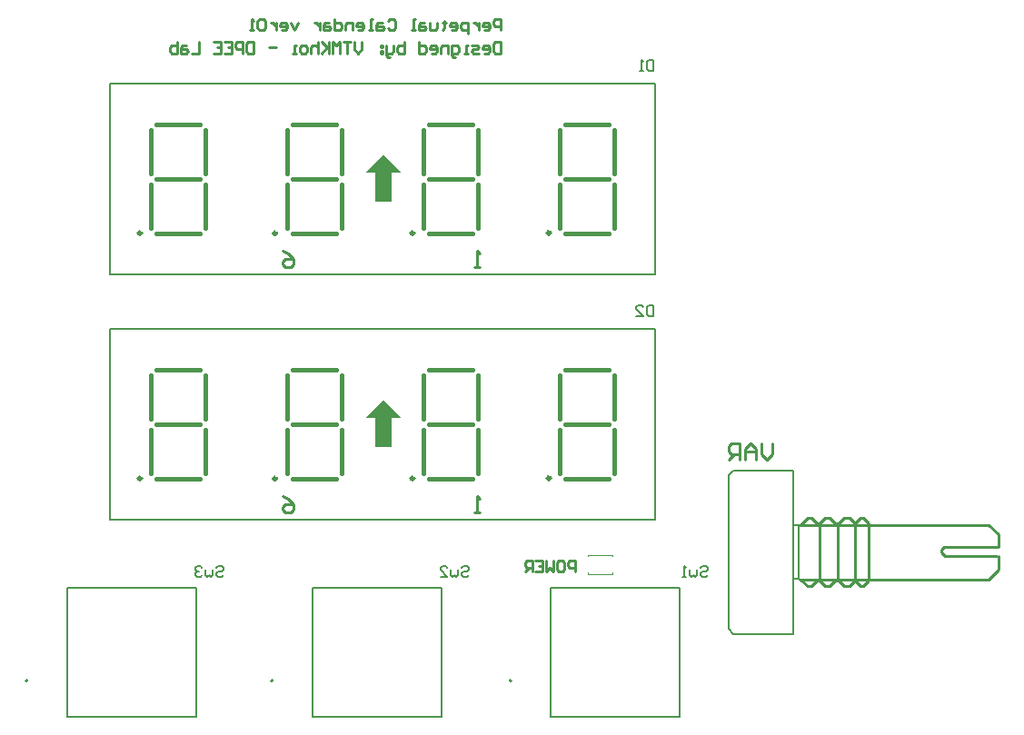
<source format=gbo>
G04*
G04 #@! TF.GenerationSoftware,Altium Limited,Altium Designer,20.2.6 (244)*
G04*
G04 Layer_Color=32896*
%FSTAX24Y24*%
%MOIN*%
G70*
G04*
G04 #@! TF.SameCoordinates,210E5C92-376B-490F-B415-5E6AA8125FEF*
G04*
G04*
G04 #@! TF.FilePolarity,Positive*
G04*
G01*
G75*
%ADD15C,0.0079*%
%ADD16C,0.0040*%
%ADD17C,0.0050*%
%ADD18C,0.0100*%
%ADD19C,0.0070*%
%ADD64C,0.0150*%
%ADD80C,0.0120*%
G36*
X02906Y02161D02*
X0284Y02227D01*
X02838D01*
X02773Y02162D01*
Y02161D01*
X0281D01*
Y02055D01*
X02869D01*
Y02161D01*
X02906D01*
D02*
G37*
G36*
Y03061D02*
X0284Y03127D01*
X02838D01*
X02773Y03062D01*
Y03061D01*
X0281D01*
Y02955D01*
X02869D01*
Y03061D01*
X02906D01*
D02*
G37*
D15*
X015349Y01198D02*
G03*
X015349Y01198I-000039J0D01*
G01*
X024349D02*
G03*
X024349Y01198I-000039J0D01*
G01*
X033099D02*
G03*
X033099Y01198I-000039J0D01*
G01*
X022278Y016118D02*
X022343Y016184D01*
X022474D01*
X02254Y016118D01*
Y016052D01*
X022474Y015987D01*
X022343D01*
X022278Y015921D01*
Y015856D01*
X022343Y01579D01*
X022474D01*
X02254Y015856D01*
X022146Y016052D02*
Y015856D01*
X022081Y01579D01*
X022015Y015856D01*
X02195Y01579D01*
X021884Y015856D01*
Y016052D01*
X021753Y016118D02*
X021687Y016184D01*
X021556D01*
X02149Y016118D01*
Y016052D01*
X021556Y015987D01*
X021622D01*
X021556D01*
X02149Y015921D01*
Y015856D01*
X021556Y01579D01*
X021687D01*
X021753Y015856D01*
X031278Y016118D02*
X031343Y016184D01*
X031474D01*
X03154Y016118D01*
Y016052D01*
X031474Y015987D01*
X031343D01*
X031278Y015921D01*
Y015856D01*
X031343Y01579D01*
X031474D01*
X03154Y015856D01*
X031146Y016052D02*
Y015856D01*
X031081Y01579D01*
X031015Y015856D01*
X03095Y01579D01*
X030884Y015856D01*
Y016052D01*
X03049Y01579D02*
X030753D01*
X03049Y016052D01*
Y016118D01*
X030556Y016184D01*
X030687D01*
X030753Y016118D01*
X040028D02*
X040093Y016184D01*
X040224D01*
X04029Y016118D01*
Y016052D01*
X040224Y015987D01*
X040093D01*
X040028Y015921D01*
Y015856D01*
X040093Y01579D01*
X040224D01*
X04029Y015856D01*
X039896Y016052D02*
Y015856D01*
X039831Y01579D01*
X039765Y015856D01*
X0397Y01579D01*
X039634Y015856D01*
Y016052D01*
X039503Y01579D02*
X039372D01*
X039437D01*
Y016184D01*
X039503Y016118D01*
X03832Y025754D02*
Y02536D01*
X038123D01*
X038058Y025426D01*
Y025688D01*
X038123Y025754D01*
X03832D01*
X037664Y02536D02*
X037926D01*
X037664Y025622D01*
Y025688D01*
X03773Y025754D01*
X037861D01*
X037926Y025688D01*
X03832Y034754D02*
Y03436D01*
X038123D01*
X038058Y034426D01*
Y034688D01*
X038123Y034754D01*
X03832D01*
X037926Y03436D02*
X037795D01*
X037861D01*
Y034754D01*
X037926Y034688D01*
D16*
X03591Y01655D02*
Y0166D01*
X03681D01*
Y01655D02*
Y0166D01*
X03591Y0159D02*
Y01595D01*
Y0159D02*
X03681D01*
Y01595D01*
D17*
X02153Y010656D02*
Y015386D01*
X01679D02*
X02153D01*
X01679Y010656D02*
Y015386D01*
Y010656D02*
X02153D01*
X03053D02*
Y015386D01*
X02579D02*
X03053D01*
X02579Y010656D02*
Y015386D01*
Y010656D02*
X03053D01*
X03928D02*
Y015386D01*
X03454D02*
X03928D01*
X03454Y010656D02*
Y015386D01*
Y010656D02*
X03928D01*
D18*
X04366Y0157D02*
X05056D01*
X04363Y0177D02*
X05056D01*
X05061Y0157D02*
X05096Y01605D01*
X05061Y0177D02*
X05096Y01735D01*
X05046Y0177D02*
X05061D01*
X04896Y0169D02*
X05096D01*
X04886Y0168D02*
X04896Y0169D01*
X04886Y0167D02*
Y0168D01*
Y0167D02*
X04901Y01655D01*
X05091D01*
X05096Y01605D02*
Y01655D01*
Y0169D02*
Y01735D01*
X04371Y0157D02*
X04396Y01545D01*
X04411D01*
X04431Y01565D01*
X04441D01*
X04461Y01545D01*
X04476D01*
X04496Y01565D01*
X04511D01*
X04531Y01545D01*
X04551D01*
X04571Y01565D01*
X04591Y01545D01*
X04601D01*
X04621Y01565D01*
Y0177D01*
X04571Y01565D02*
Y0177D01*
X04506Y0157D02*
Y01775D01*
X04441Y0157D02*
Y01765D01*
X04601Y01795D02*
X04621Y01775D01*
X04591Y01795D02*
X04601D01*
X04571Y01775D02*
X04591Y01795D01*
X04551D02*
X04571Y01775D01*
X04531Y01795D02*
X04551D01*
X04511Y01775D02*
X04531Y01795D01*
X04496Y01775D02*
X04511D01*
X04476Y01795D02*
X04496Y01775D01*
X04461Y01795D02*
X04476D01*
X04441Y01775D02*
X04461Y01795D01*
X04431Y01775D02*
X04441D01*
X04411Y01795D02*
X04431Y01775D01*
X04396Y01795D02*
X04411D01*
X04371Y0177D02*
X04396Y01795D01*
X03272Y035862D02*
Y036265D01*
X032518D01*
X032451Y036198D01*
Y036064D01*
X032518Y035997D01*
X03272D01*
X032115Y035862D02*
X03225D01*
X032317Y035929D01*
Y036064D01*
X03225Y036131D01*
X032115D01*
X032048Y036064D01*
Y035997D01*
X032317D01*
X031914Y036131D02*
Y035862D01*
Y035997D01*
X031847Y036064D01*
X03178Y036131D01*
X031712D01*
X031511Y035728D02*
Y036131D01*
X031309D01*
X031242Y036064D01*
Y035929D01*
X031309Y035862D01*
X031511D01*
X030906D02*
X031041D01*
X031108Y035929D01*
Y036064D01*
X031041Y036131D01*
X030906D01*
X030839Y036064D01*
Y035997D01*
X031108D01*
X030638Y036198D02*
Y036131D01*
X030705D01*
X030571D01*
X030638D01*
Y035929D01*
X030571Y035862D01*
X030369Y036131D02*
Y035929D01*
X030302Y035862D01*
X0301D01*
Y036131D01*
X029899D02*
X029765D01*
X029697Y036064D01*
Y035862D01*
X029899D01*
X029966Y035929D01*
X029899Y035997D01*
X029697D01*
X029563Y035862D02*
X029429D01*
X029496D01*
Y036265D01*
X029563D01*
X028555Y036198D02*
X028623Y036265D01*
X028757D01*
X028824Y036198D01*
Y035929D01*
X028757Y035862D01*
X028623D01*
X028555Y035929D01*
X028354Y036131D02*
X02822D01*
X028152Y036064D01*
Y035862D01*
X028354D01*
X028421Y035929D01*
X028354Y035997D01*
X028152D01*
X028018Y035862D02*
X027884D01*
X027951D01*
Y036265D01*
X028018D01*
X027481Y035862D02*
X027615D01*
X027682Y035929D01*
Y036064D01*
X027615Y036131D01*
X027481D01*
X027414Y036064D01*
Y035997D01*
X027682D01*
X027279Y035862D02*
Y036131D01*
X027078D01*
X027011Y036064D01*
Y035862D01*
X026608Y036265D02*
Y035862D01*
X026809D01*
X026876Y035929D01*
Y036064D01*
X026809Y036131D01*
X026608D01*
X026406D02*
X026272D01*
X026205Y036064D01*
Y035862D01*
X026406D01*
X026473Y035929D01*
X026406Y035997D01*
X026205D01*
X02607Y036131D02*
Y035862D01*
Y035997D01*
X026003Y036064D01*
X025936Y036131D01*
X025869D01*
X025264D02*
X02513Y035862D01*
X024995Y036131D01*
X02466Y035862D02*
X024794D01*
X024861Y035929D01*
Y036064D01*
X024794Y036131D01*
X02466D01*
X024592Y036064D01*
Y035997D01*
X024861D01*
X024458Y036131D02*
Y035862D01*
Y035997D01*
X024391Y036064D01*
X024324Y036131D01*
X024257D01*
X024055Y036198D02*
X023988Y036265D01*
X023854D01*
X023786Y036198D01*
Y035929D01*
X023854Y035862D01*
X023988D01*
X024055Y035929D01*
Y036198D01*
X023652Y035862D02*
X023518D01*
X023585D01*
Y036265D01*
X023652Y036198D01*
X03272Y035407D02*
Y035004D01*
X032518D01*
X032451Y035072D01*
Y03534D01*
X032518Y035407D01*
X03272D01*
X032115Y035004D02*
X03225D01*
X032317Y035072D01*
Y035206D01*
X03225Y035273D01*
X032115D01*
X032048Y035206D01*
Y035139D01*
X032317D01*
X031914Y035004D02*
X031712D01*
X031645Y035072D01*
X031712Y035139D01*
X031847D01*
X031914Y035206D01*
X031847Y035273D01*
X031645D01*
X031511Y035004D02*
X031377D01*
X031444D01*
Y035273D01*
X031511D01*
X031041Y03487D02*
X030974D01*
X030906Y034937D01*
Y035273D01*
X031108D01*
X031175Y035206D01*
Y035072D01*
X031108Y035004D01*
X030906D01*
X030772D02*
Y035273D01*
X030571D01*
X030503Y035206D01*
Y035004D01*
X030168D02*
X030302D01*
X030369Y035072D01*
Y035206D01*
X030302Y035273D01*
X030168D01*
X0301Y035206D01*
Y035139D01*
X030369D01*
X029697Y035407D02*
Y035004D01*
X029899D01*
X029966Y035072D01*
Y035206D01*
X029899Y035273D01*
X029697D01*
X02916Y035407D02*
Y035004D01*
X028958D01*
X028891Y035072D01*
Y035139D01*
Y035206D01*
X028958Y035273D01*
X02916D01*
X028757D02*
Y035072D01*
X02869Y035004D01*
X028488D01*
Y034937D01*
X028555Y03487D01*
X028623D01*
X028488Y035004D02*
Y035273D01*
X028354D02*
X028287D01*
Y035206D01*
X028354D01*
Y035273D01*
Y035072D02*
X028287D01*
Y035004D01*
X028354D01*
Y035072D01*
X027615Y035407D02*
Y035139D01*
X027481Y035004D01*
X027346Y035139D01*
Y035407D01*
X027212D02*
X026943D01*
X027078D01*
Y035004D01*
X026809D02*
Y035407D01*
X026675Y035273D01*
X02654Y035407D01*
Y035004D01*
X026406Y035407D02*
Y035004D01*
Y035139D01*
X026137Y035407D01*
X026339Y035206D01*
X026137Y035004D01*
X026003Y035407D02*
Y035004D01*
Y035206D01*
X025936Y035273D01*
X025801D01*
X025734Y035206D01*
Y035004D01*
X025533D02*
X025398D01*
X025331Y035072D01*
Y035206D01*
X025398Y035273D01*
X025533D01*
X0256Y035206D01*
Y035072D01*
X025533Y035004D01*
X025197D02*
X025063D01*
X02513D01*
Y035273D01*
X025197D01*
X024458Y035206D02*
X024189D01*
X023652Y035407D02*
Y035004D01*
X023451D01*
X023383Y035072D01*
Y03534D01*
X023451Y035407D01*
X023652D01*
X023249Y035004D02*
Y035407D01*
X023048D01*
X02298Y03534D01*
Y035206D01*
X023048Y035139D01*
X023249D01*
X022577Y035407D02*
X022846D01*
Y035004D01*
X022577D01*
X022846Y035206D02*
X022712D01*
X022174Y035407D02*
X022443D01*
Y035004D01*
X022174D01*
X022443Y035206D02*
X022309D01*
X021637Y035407D02*
Y035004D01*
X021368D01*
X021167Y035273D02*
X021032D01*
X020965Y035206D01*
Y035004D01*
X021167D01*
X021234Y035072D01*
X021167Y035139D01*
X020965D01*
X020831Y035407D02*
Y035004D01*
X020629D01*
X020562Y035072D01*
Y035139D01*
Y035206D01*
X020629Y035273D01*
X020831D01*
X03194Y01816D02*
X03174D01*
X03184D01*
Y01876D01*
X03194Y01866D01*
X02471Y01874D02*
X02491Y01864D01*
X02511Y01844D01*
Y01824D01*
X02501Y01814D01*
X02481D01*
X02471Y01824D01*
Y01834D01*
X02481Y01844D01*
X02511D01*
X02471Y02774D02*
X02491Y02764D01*
X02511Y02744D01*
Y02724D01*
X02501Y02714D01*
X02481D01*
X02471Y02724D01*
Y02734D01*
X02481Y02744D01*
X02511D01*
X03194Y02716D02*
X03174D01*
X03184D01*
Y02776D01*
X03194Y02766D01*
X035428Y016003D02*
Y016397D01*
X035232D01*
X035166Y016331D01*
Y0162D01*
X035232Y016134D01*
X035428D01*
X034838Y016397D02*
X034969D01*
X035035Y016331D01*
Y016069D01*
X034969Y016003D01*
X034838D01*
X034772Y016069D01*
Y016331D01*
X034838Y016397D01*
X034641D02*
Y016003D01*
X03451Y016134D01*
X034379Y016003D01*
Y016397D01*
X033985D02*
X034248D01*
Y016003D01*
X033985D01*
X034248Y0162D02*
X034116D01*
X033854Y016003D02*
Y016397D01*
X033657D01*
X033592Y016331D01*
Y0162D01*
X033657Y016134D01*
X033854D01*
X033723D02*
X033592Y016003D01*
X04268Y0207D02*
Y0203D01*
X04248Y0201D01*
X04228Y0203D01*
Y0207D01*
X04208Y0201D02*
Y0205D01*
X04188Y0207D01*
X04168Y0205D01*
Y0201D01*
Y0204D01*
X04208D01*
X04148Y0201D02*
Y0207D01*
X04118D01*
X041081Y0206D01*
Y0204D01*
X04118Y0203D01*
X04148D01*
X04128D02*
X041081Y0201D01*
D19*
X01836Y0179D02*
X03836D01*
X01836D02*
X03836D01*
X01836Y0249D02*
X03836D01*
X01836Y0179D02*
Y0249D01*
X03836Y0179D02*
Y0249D01*
X01836D02*
X03836D01*
X04107Y01952D02*
X04124Y01969D01*
X04107Y01388D02*
Y01952D01*
Y01388D02*
X04125Y0137D01*
X04343D01*
Y01969D01*
X04124D02*
X04343D01*
Y01571D02*
X04363D01*
Y0177D01*
X04343D02*
X04363D01*
X04343Y01769D02*
X04363D01*
X01836Y0339D02*
X03836D01*
Y0269D02*
Y0339D01*
X01836Y0269D02*
Y0339D01*
X03836D01*
X01836Y0269D02*
X03836D01*
X01836D02*
X03836D01*
D64*
X02686Y0216D02*
Y0232D01*
Y0216D02*
Y0232D01*
X02486Y0216D02*
Y0232D01*
Y0216D02*
Y0232D01*
X02506Y0234D02*
X02666D01*
X02506Y0214D02*
X02666D01*
X02506D02*
X02666D01*
X02506Y0194D02*
X02666D01*
X02686Y0196D02*
Y0212D01*
Y0196D02*
Y0212D01*
X02486Y0196D02*
Y0212D01*
Y0196D02*
Y0212D01*
X02686Y0216D02*
Y0232D01*
Y0216D02*
Y0232D01*
X02486Y0216D02*
Y0232D01*
Y0216D02*
Y0232D01*
X02506Y0234D02*
X02666D01*
X02506Y0214D02*
X02666D01*
X02506D02*
X02666D01*
X02506Y0194D02*
X02666D01*
X02686Y0196D02*
Y0212D01*
Y0196D02*
Y0212D01*
X02486Y0196D02*
Y0212D01*
Y0196D02*
Y0212D01*
X03186Y0216D02*
Y0232D01*
Y0216D02*
Y0232D01*
X02986Y0216D02*
Y0232D01*
Y0216D02*
Y0232D01*
X03006Y0234D02*
X03166D01*
X03006Y0214D02*
X03166D01*
X03006D02*
X03166D01*
X03006Y0194D02*
X03166D01*
X03186Y0196D02*
Y0212D01*
Y0196D02*
Y0212D01*
X02986Y0196D02*
Y0212D01*
Y0196D02*
Y0212D01*
X03186Y0216D02*
Y0232D01*
Y0216D02*
Y0232D01*
X02986Y0216D02*
Y0232D01*
Y0216D02*
Y0232D01*
X03006Y0234D02*
X03166D01*
X03006Y0214D02*
X03166D01*
X03006D02*
X03166D01*
X03006Y0194D02*
X03166D01*
X03186Y0196D02*
Y0212D01*
Y0196D02*
Y0212D01*
X02986Y0196D02*
Y0212D01*
Y0196D02*
Y0212D01*
X03686Y0216D02*
Y0232D01*
Y0216D02*
Y0232D01*
X03486Y0216D02*
Y0232D01*
Y0216D02*
Y0232D01*
X03506Y0234D02*
X03666D01*
X03506Y0214D02*
X03666D01*
X03506D02*
X03666D01*
X03506Y0194D02*
X03666D01*
X03686Y0196D02*
Y0212D01*
Y0196D02*
Y0212D01*
X03486Y0196D02*
Y0212D01*
Y0196D02*
Y0212D01*
X03686Y0216D02*
Y0232D01*
Y0216D02*
Y0232D01*
X03486Y0216D02*
Y0232D01*
Y0216D02*
Y0232D01*
X03506Y0234D02*
X03666D01*
X03506Y0214D02*
X03666D01*
X03506D02*
X03666D01*
X03506Y0194D02*
X03666D01*
X03686Y0196D02*
Y0212D01*
Y0196D02*
Y0212D01*
X03486Y0196D02*
Y0212D01*
Y0196D02*
Y0212D01*
X02686Y0216D02*
Y0232D01*
Y0216D02*
Y0232D01*
X02486Y0216D02*
Y0232D01*
Y0216D02*
Y0232D01*
X02506Y0234D02*
X02666D01*
X02506Y0214D02*
X02666D01*
X02506D02*
X02666D01*
X02506Y0194D02*
X02666D01*
X02686Y0196D02*
Y0212D01*
Y0196D02*
Y0212D01*
X02486Y0196D02*
Y0212D01*
Y0196D02*
Y0212D01*
X02686Y0216D02*
Y0232D01*
Y0216D02*
Y0232D01*
X02486Y0216D02*
Y0232D01*
Y0216D02*
Y0232D01*
X02506Y0234D02*
X02666D01*
X02506Y0214D02*
X02666D01*
X02506D02*
X02666D01*
X02506Y0194D02*
X02666D01*
X02686Y0196D02*
Y0212D01*
Y0196D02*
Y0212D01*
X02486Y0196D02*
Y0212D01*
Y0196D02*
Y0212D01*
X02186Y0216D02*
Y0232D01*
Y0216D02*
Y0232D01*
X01986Y0216D02*
Y0232D01*
Y0216D02*
Y0232D01*
X02006Y0234D02*
X02166D01*
X02006Y0214D02*
X02166D01*
X02006D02*
X02166D01*
X02006Y0194D02*
X02166D01*
X02186Y0196D02*
Y0212D01*
Y0196D02*
Y0212D01*
X01986Y0196D02*
Y0212D01*
Y0196D02*
Y0212D01*
X02186Y0216D02*
Y0232D01*
Y0216D02*
Y0232D01*
X01986Y0216D02*
Y0232D01*
Y0216D02*
Y0232D01*
X02006Y0234D02*
X02166D01*
X02006Y0214D02*
X02166D01*
X02006D02*
X02166D01*
X02006Y0194D02*
X02166D01*
X02186Y0196D02*
Y0212D01*
Y0196D02*
Y0212D01*
X01986Y0196D02*
Y0212D01*
Y0196D02*
Y0212D01*
X02186Y0216D02*
Y0232D01*
Y0216D02*
Y0232D01*
X01986Y0216D02*
Y0232D01*
Y0216D02*
Y0232D01*
X02006Y0234D02*
X02166D01*
X02006Y0214D02*
X02166D01*
X02006D02*
X02166D01*
X02006Y0194D02*
X02166D01*
X02186Y0196D02*
Y0212D01*
Y0196D02*
Y0212D01*
X01986Y0196D02*
Y0212D01*
Y0196D02*
Y0212D01*
X02186Y0216D02*
Y0232D01*
Y0216D02*
Y0232D01*
X01986Y0216D02*
Y0232D01*
Y0216D02*
Y0232D01*
X02006Y0234D02*
X02166D01*
X02006Y0214D02*
X02166D01*
X02006D02*
X02166D01*
X02006Y0194D02*
X02166D01*
X02186Y0196D02*
Y0212D01*
Y0196D02*
Y0212D01*
X01986Y0196D02*
Y0212D01*
Y0196D02*
Y0212D01*
Y0286D02*
Y0302D01*
Y0286D02*
Y0302D01*
X02186Y0286D02*
Y0302D01*
Y0286D02*
Y0302D01*
X02006Y0284D02*
X02166D01*
X02006Y0304D02*
X02166D01*
X02006D02*
X02166D01*
X02006Y0324D02*
X02166D01*
X01986Y0306D02*
Y0322D01*
Y0306D02*
Y0322D01*
X02186Y0306D02*
Y0322D01*
Y0306D02*
Y0322D01*
X01986Y0286D02*
Y0302D01*
Y0286D02*
Y0302D01*
X02186Y0286D02*
Y0302D01*
Y0286D02*
Y0302D01*
X02006Y0284D02*
X02166D01*
X02006Y0304D02*
X02166D01*
X02006D02*
X02166D01*
X02006Y0324D02*
X02166D01*
X01986Y0306D02*
Y0322D01*
Y0306D02*
Y0322D01*
X02186Y0306D02*
Y0322D01*
Y0306D02*
Y0322D01*
X01986Y0286D02*
Y0302D01*
Y0286D02*
Y0302D01*
X02186Y0286D02*
Y0302D01*
Y0286D02*
Y0302D01*
X02006Y0284D02*
X02166D01*
X02006Y0304D02*
X02166D01*
X02006D02*
X02166D01*
X02006Y0324D02*
X02166D01*
X01986Y0306D02*
Y0322D01*
Y0306D02*
Y0322D01*
X02186Y0306D02*
Y0322D01*
Y0306D02*
Y0322D01*
X01986Y0286D02*
Y0302D01*
Y0286D02*
Y0302D01*
X02186Y0286D02*
Y0302D01*
Y0286D02*
Y0302D01*
X02006Y0284D02*
X02166D01*
X02006Y0304D02*
X02166D01*
X02006D02*
X02166D01*
X02006Y0324D02*
X02166D01*
X01986Y0306D02*
Y0322D01*
Y0306D02*
Y0322D01*
X02186Y0306D02*
Y0322D01*
Y0306D02*
Y0322D01*
X02486Y0286D02*
Y0302D01*
Y0286D02*
Y0302D01*
X02686Y0286D02*
Y0302D01*
Y0286D02*
Y0302D01*
X02506Y0284D02*
X02666D01*
X02506Y0304D02*
X02666D01*
X02506D02*
X02666D01*
X02506Y0324D02*
X02666D01*
X02486Y0306D02*
Y0322D01*
Y0306D02*
Y0322D01*
X02686Y0306D02*
Y0322D01*
Y0306D02*
Y0322D01*
X02486Y0286D02*
Y0302D01*
Y0286D02*
Y0302D01*
X02686Y0286D02*
Y0302D01*
Y0286D02*
Y0302D01*
X02506Y0284D02*
X02666D01*
X02506Y0304D02*
X02666D01*
X02506D02*
X02666D01*
X02506Y0324D02*
X02666D01*
X02486Y0306D02*
Y0322D01*
Y0306D02*
Y0322D01*
X02686Y0306D02*
Y0322D01*
Y0306D02*
Y0322D01*
X03486Y0286D02*
Y0302D01*
Y0286D02*
Y0302D01*
X03686Y0286D02*
Y0302D01*
Y0286D02*
Y0302D01*
X03506Y0284D02*
X03666D01*
X03506Y0304D02*
X03666D01*
X03506D02*
X03666D01*
X03506Y0324D02*
X03666D01*
X03486Y0306D02*
Y0322D01*
Y0306D02*
Y0322D01*
X03686Y0306D02*
Y0322D01*
Y0306D02*
Y0322D01*
X03486Y0286D02*
Y0302D01*
Y0286D02*
Y0302D01*
X03686Y0286D02*
Y0302D01*
Y0286D02*
Y0302D01*
X03506Y0284D02*
X03666D01*
X03506Y0304D02*
X03666D01*
X03506D02*
X03666D01*
X03506Y0324D02*
X03666D01*
X03486Y0306D02*
Y0322D01*
Y0306D02*
Y0322D01*
X03686Y0306D02*
Y0322D01*
Y0306D02*
Y0322D01*
X02986Y0286D02*
Y0302D01*
Y0286D02*
Y0302D01*
X03186Y0286D02*
Y0302D01*
Y0286D02*
Y0302D01*
X03006Y0284D02*
X03166D01*
X03006Y0304D02*
X03166D01*
X03006D02*
X03166D01*
X03006Y0324D02*
X03166D01*
X02986Y0306D02*
Y0322D01*
Y0306D02*
Y0322D01*
X03186Y0306D02*
Y0322D01*
Y0306D02*
Y0322D01*
X02986Y0286D02*
Y0302D01*
Y0286D02*
Y0302D01*
X03186Y0286D02*
Y0302D01*
Y0286D02*
Y0302D01*
X03006Y0284D02*
X03166D01*
X03006Y0304D02*
X03166D01*
X03006D02*
X03166D01*
X03006Y0324D02*
X03166D01*
X02986Y0306D02*
Y0322D01*
Y0306D02*
Y0322D01*
X03186Y0306D02*
Y0322D01*
Y0306D02*
Y0322D01*
X02486Y0286D02*
Y0302D01*
Y0286D02*
Y0302D01*
X02686Y0286D02*
Y0302D01*
Y0286D02*
Y0302D01*
X02506Y0284D02*
X02666D01*
X02506Y0304D02*
X02666D01*
X02506D02*
X02666D01*
X02506Y0324D02*
X02666D01*
X02486Y0306D02*
Y0322D01*
Y0306D02*
Y0322D01*
X02686Y0306D02*
Y0322D01*
Y0306D02*
Y0322D01*
X02486Y0286D02*
Y0302D01*
Y0286D02*
Y0302D01*
X02686Y0286D02*
Y0302D01*
Y0286D02*
Y0302D01*
X02506Y0284D02*
X02666D01*
X02506Y0304D02*
X02666D01*
X02506D02*
X02666D01*
X02506Y0324D02*
X02666D01*
X02486Y0306D02*
Y0322D01*
Y0306D02*
Y0322D01*
X02686Y0306D02*
Y0322D01*
Y0306D02*
Y0322D01*
D80*
X03453Y01942D02*
G03*
X03453Y01942I-00006J0D01*
G01*
X02953Y0194D02*
G03*
X02953Y0194I-00006J0D01*
G01*
X02449D02*
G03*
X02449Y0194I-00006J0D01*
G01*
X01953D02*
G03*
X01953Y0194I-00006J0D01*
G01*
Y0284D02*
G03*
X01953Y0284I-00006J0D01*
G01*
X02449D02*
G03*
X02449Y0284I-00006J0D01*
G01*
X02953D02*
G03*
X02953Y0284I-00006J0D01*
G01*
X03453Y02842D02*
G03*
X03453Y02842I-00006J0D01*
G01*
M02*

</source>
